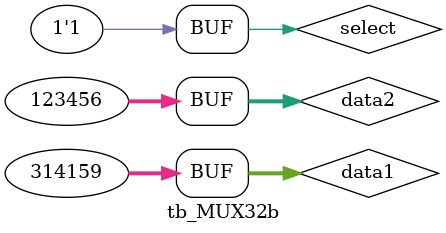
<source format=v>
module tb_MUX32b;
reg [31:0] data1;
reg [31:0] data2;
reg select;

wire [31:0] data_o;

MUX32b uut(
    data1,
    data2,
    select,
    data_o
);

initial begin
    data1 = 32'd314159;
    data2 = 32'd123456;
    select = 1'b1;
    #10
    select = 1'b0;
    
    #10
    select = 1'b1;
end

endmodule
</source>
